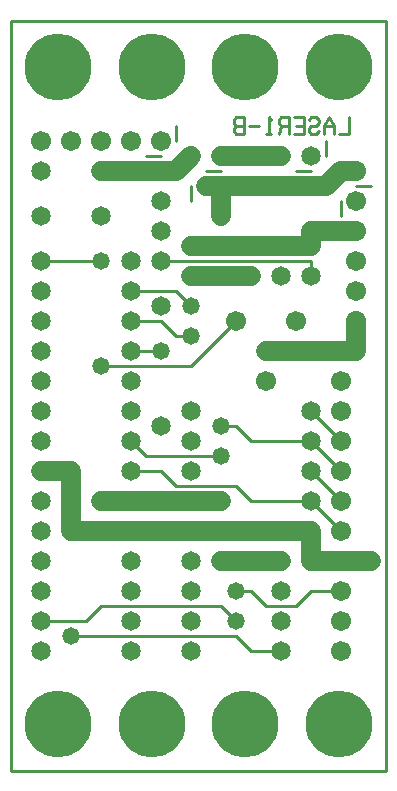
<source format=gbl>
%MOIN*%
%FSLAX25Y25*%
G04 D10 used for Character Trace; *
G04     Circle (OD=.01000) (No hole)*
G04 D11 used for Power Trace; *
G04     Circle (OD=.06700) (No hole)*
G04 D12 used for Signal Trace; *
G04     Circle (OD=.01100) (No hole)*
G04 D13 used for Via; *
G04     Circle (OD=.05800) (Round. Hole ID=.02800)*
G04 D14 used for Component hole; *
G04     Circle (OD=.06500) (Round. Hole ID=.03500)*
G04 D15 used for Component hole; *
G04     Circle (OD=.06700) (Round. Hole ID=.04300)*
G04 D16 used for Component hole; *
G04     Circle (OD=.08100) (Round. Hole ID=.05100)*
G04 D17 used for Component hole; *
G04     Circle (OD=.08900) (Round. Hole ID=.05900)*
G04 D18 used for Component hole; *
G04     Circle (OD=.11300) (Round. Hole ID=.08300)*
G04 D19 used for Component hole; *
G04     Circle (OD=.16000) (Round. Hole ID=.13000)*
G04 D20 used for Component hole; *
G04     Circle (OD=.18300) (Round. Hole ID=.15300)*
G04 D21 used for Component hole; *
G04     Circle (OD=.22291) (Round. Hole ID=.19291)*
%ADD10C,.01000*%
%ADD11C,.06700*%
%ADD12C,.01100*%
%ADD13C,.05800*%
%ADD14C,.06500*%
%ADD15C,.06700*%
%ADD16C,.08100*%
%ADD17C,.08900*%
%ADD18C,.11300*%
%ADD19C,.16000*%
%ADD20C,.18300*%
%ADD21C,.22291*%
%IPPOS*%
%LPD*%
G90*X0Y0D02*D21*X15625Y15625D03*D14*              
X40000Y40000D03*X10000D03*D13*X20000Y45000D03*D12*
X75000D01*X80000Y40000D01*X90000D01*D14*D03*      
Y50000D03*D13*X75000D03*D12*X70000Y55000D01*      
X30000D01*X25000Y50000D01*X10000D01*D14*D03*      
Y60000D03*Y70000D03*X40000Y80000D03*D11*X20000D01*
Y100000D01*X10000D01*D14*D03*Y110000D03*Y90000D03*
D13*X30000D03*D11*X40000D01*D14*D03*D11*X60000D01*
D14*D03*D11*X70000D01*D13*D03*D12*X80000D02*      
X75000Y95000D01*X80000Y90000D02*X100000D01*D14*   
D03*D12*X110000Y80000D01*D15*D03*D13*             
X120000Y70000D03*D11*X100000D01*Y80000D01*        
X50000D01*D13*D03*D11*X40000D01*D14*Y70000D03*D12*
X55000Y95000D02*X75000D01*D13*X70000Y105000D03*   
D12*X45000D01*X40000Y110000D01*D14*D03*D12*       
X55000Y95000D02*X50000Y100000D01*D14*X60000D03*   
D12*X40000D02*X50000D01*D14*X40000D03*            
X50000Y115000D03*X60000Y120000D03*X40000D03*      
X60000Y110000D03*D13*X70000Y70000D03*D11*         
X90000D01*D14*D03*D12*X95000Y55000D02*            
X100000Y60000D01*X85000Y55000D02*X95000D01*       
X85000D02*X80000Y60000D01*X75000D01*D13*D03*D14*  
X60000Y70000D03*X90000Y60000D03*X60000D03*        
Y50000D03*Y40000D03*D12*X100000Y60000D02*         
X110000D01*D15*D03*Y50000D03*Y40000D03*Y90000D03* 
D12*X100000Y100000D01*D14*D03*D15*                
X110000Y110000D03*D12*X100000Y120000D01*D14*D03*  
D15*X110000Y130000D03*Y120000D03*D14*             
X100000Y110000D03*D12*X110000Y100000D01*D15*D03*  
D12*X80000Y110000D02*X100000D01*X80000D02*        
X75000Y115000D01*X70000D01*D13*D03*D15*           
X85000Y130000D03*D12*X30000Y135000D02*X60000D01*  
D13*X30000D03*D14*X40000Y130000D03*Y140000D03*D12*
X50000D01*D13*D03*D12*X55000Y145000D02*X60000D01* 
D13*D03*D12*X55000D02*X50000Y150000D01*X40000D01* 
D14*D03*Y160000D03*D12*X55000D01*X60000Y155000D01*
D13*D03*D14*X70000Y165000D03*D11*X60000D01*D14*   
D03*X50000Y155000D03*Y170000D03*D12*X100000D01*   
Y165000D01*D14*D03*D11*X60000Y175000D02*          
X100000D01*D14*X60000D03*D11*X70000Y165000D02*    
X80000D01*D14*D03*X90000D03*D15*X95000Y150000D03* 
X75000D03*D12*X60000Y135000D01*D13*               
X85000Y140000D03*D11*X115000D01*Y150000D01*D15*   
D03*Y160000D03*Y170000D03*D11*X100000Y175000D02*  
Y180000D01*X115000D01*D15*D03*D12*                
X110000Y185000D02*Y190000D01*X115000Y195000D02*   
X120000D01*D15*X115000Y200000D03*D11*X110000D01*  
X105000Y195000D01*X90000D01*D13*D03*D11*X70000D01*
Y185000D01*D14*D03*D12*X60000Y190000D02*          
Y195000D01*D14*X65000D03*D11*X70000D01*D12*       
X65000Y200000D02*X70000D01*D14*Y205000D03*D11*    
X80000D01*D14*D03*D11*X90000D01*D14*D03*D12*      
X95000Y200000D02*X100000D01*X105000Y205000D02*    
Y210000D01*D14*X100000Y205000D03*D15*             
X115000Y190000D03*D21*X78125Y234375D03*X109375D03*
D10*X112511Y217871D02*Y212129D01*X109163D01*      
X107511D02*Y215000D01*X105837Y217871D01*          
X104163Y215000D01*Y212129D01*X107511Y215000D02*   
X104163D01*X99163Y216914D02*X100000Y217871D01*    
X101674D01*X102511Y216914D01*Y215957D01*          
X101674Y215000D01*X100000D01*X99163Y214043D01*    
Y213086D01*X100000Y212129D01*X101674D01*          
X102511Y213086D01*X94163Y212129D02*X97511D01*     
Y217871D01*X94163D01*X97511Y215000D02*X95000D01*  
X92511Y212129D02*Y217871D01*X90000D01*            
X89163Y216914D01*Y215957D01*X90000Y215000D01*     
X92511D01*X90000D02*X89163Y212129D01*             
X86674Y216914D02*X85837Y217871D01*Y212129D01*     
X86674D02*X85000D01*X82511Y215000D02*X79163D01*   
X77511Y212129D02*Y217871D01*X75000D01*            
X74163Y216914D01*Y215957D01*X75000Y215000D01*     
X74163Y214043D01*Y213086D01*X75000Y212129D01*     
X77511D01*Y215000D02*X75000D01*D12*X125000Y0D02*  
Y250000D01*X0Y0D02*X125000D01*X0D02*Y250000D01*   
X125000D01*D14*X60000Y205000D03*D11*              
X55000Y200000D01*X30000D01*D14*D03*D15*           
X40000Y210000D03*X20000D03*X30000D03*D14*         
Y185000D03*D12*X45000Y205000D02*X50000D01*        
X55000Y210000D02*Y215000D01*D15*X50000Y210000D03* 
D21*X46875Y234375D03*D14*X50000Y190000D03*        
Y180000D03*D21*X15625Y234375D03*D14*              
X10000Y170000D03*D12*X30000D01*D13*D03*D14*       
X40000D03*X10000Y150000D03*Y185000D03*Y160000D03* 
Y140000D03*Y200000D03*Y130000D03*D15*Y210000D03*  
D14*Y120000D03*Y80000D03*X40000Y60000D03*         
Y50000D03*D21*X46875Y15625D03*X78125D03*          
X109375D03*M02*                                   

</source>
